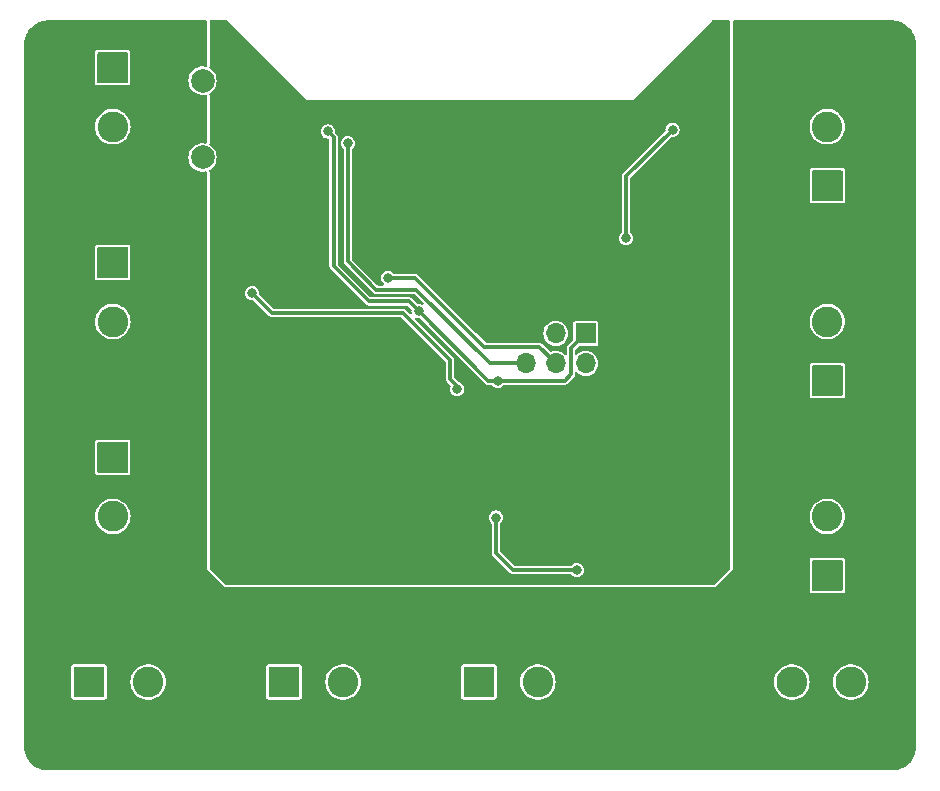
<source format=gbr>
%TF.GenerationSoftware,KiCad,Pcbnew,7.0.2*%
%TF.CreationDate,2024-01-21T19:49:34+02:00*%
%TF.ProjectId,illuminati_ws,696c6c75-6d69-46e6-9174-695f77732e6b,rev?*%
%TF.SameCoordinates,Original*%
%TF.FileFunction,Copper,L2,Bot*%
%TF.FilePolarity,Positive*%
%FSLAX46Y46*%
G04 Gerber Fmt 4.6, Leading zero omitted, Abs format (unit mm)*
G04 Created by KiCad (PCBNEW 7.0.2) date 2024-01-21 19:49:34*
%MOMM*%
%LPD*%
G01*
G04 APERTURE LIST*
%TA.AperFunction,ComponentPad*%
%ADD10R,2.600000X2.600000*%
%TD*%
%TA.AperFunction,ComponentPad*%
%ADD11C,2.600000*%
%TD*%
%TA.AperFunction,ComponentPad*%
%ADD12C,5.600000*%
%TD*%
%TA.AperFunction,ComponentPad*%
%ADD13R,1.700000X1.700000*%
%TD*%
%TA.AperFunction,ComponentPad*%
%ADD14O,1.700000X1.700000*%
%TD*%
%TA.AperFunction,ComponentPad*%
%ADD15C,2.000000*%
%TD*%
%TA.AperFunction,ViaPad*%
%ADD16C,0.800000*%
%TD*%
%TA.AperFunction,Conductor*%
%ADD17C,0.300000*%
%TD*%
G04 APERTURE END LIST*
D10*
%TO.P,J5,1,Pin_1*%
%TO.N,GND*%
X180000000Y-131000000D03*
D11*
%TO.P,J5,2,Pin_2*%
%TO.N,Net-(J5-Pin_2)*%
X180000000Y-126000000D03*
%TO.P,J5,3,Pin_3*%
%TO.N,VCC*%
X180000000Y-121000000D03*
%TD*%
D10*
%TO.P,J9,1,Pin_1*%
%TO.N,GND*%
X119500000Y-121000000D03*
D11*
%TO.P,J9,2,Pin_2*%
%TO.N,Net-(J9-Pin_2)*%
X119500000Y-126000000D03*
%TO.P,J9,3,Pin_3*%
%TO.N,VCC*%
X119500000Y-131000000D03*
%TD*%
D10*
%TO.P,J10,1,Pin_1*%
%TO.N,GND*%
X119500000Y-104500000D03*
D11*
%TO.P,J10,2,Pin_2*%
%TO.N,Net-(J10-Pin_2)*%
X119500000Y-109500000D03*
%TO.P,J10,3,Pin_3*%
%TO.N,VCC*%
X119500000Y-114500000D03*
%TD*%
D10*
%TO.P,J2,1,Pin_1*%
%TO.N,GND*%
X150500000Y-140000000D03*
D11*
%TO.P,J2,2,Pin_2*%
%TO.N,Net-(J2-Pin_2)*%
X155500000Y-140000000D03*
%TO.P,J2,3,Pin_3*%
%TO.N,VCC*%
X160500000Y-140000000D03*
%TD*%
D12*
%TO.P,H2,1,1*%
%TO.N,GND*%
X133000000Y-115000000D03*
%TD*%
D10*
%TO.P,J4,1,Pin_1*%
%TO.N,GND*%
X180000000Y-114500000D03*
D11*
%TO.P,J4,2,Pin_2*%
%TO.N,Net-(J4-Pin_2)*%
X180000000Y-109500000D03*
%TO.P,J4,3,Pin_3*%
%TO.N,VCC*%
X180000000Y-104500000D03*
%TD*%
D13*
%TO.P,J1,1,Pin_1*%
%TO.N,+3V3*%
X159550000Y-110500000D03*
D14*
%TO.P,J1,2,Pin_2*%
%TO.N,/rx*%
X159550000Y-113040000D03*
%TO.P,J1,3,Pin_3*%
%TO.N,/tx*%
X157010000Y-110500000D03*
%TO.P,J1,4,Pin_4*%
%TO.N,/boot*%
X157010000Y-113040000D03*
%TO.P,J1,5,Pin_5*%
%TO.N,GND*%
X154470000Y-110500000D03*
%TO.P,J1,6,Pin_6*%
%TO.N,/esp_en*%
X154470000Y-113040000D03*
%TD*%
D10*
%TO.P,J11,1,Pin_1*%
%TO.N,GND*%
X119500000Y-88000000D03*
D11*
%TO.P,J11,2,Pin_2*%
%TO.N,Net-(J11-Pin_2)*%
X119500000Y-93000000D03*
%TO.P,J11,3,Pin_3*%
%TO.N,VCC*%
X119500000Y-98000000D03*
%TD*%
D15*
%TO.P,SW1,1,A*%
%TO.N,/sw*%
X127100000Y-95600000D03*
X127100000Y-89100000D03*
%TO.P,SW1,2,B*%
%TO.N,GND*%
X131600000Y-95600000D03*
X131600000Y-89100000D03*
%TD*%
D10*
%TO.P,J8,1,Pin_1*%
%TO.N,GND*%
X117500000Y-140000000D03*
D11*
%TO.P,J8,2,Pin_2*%
%TO.N,Net-(J8-Pin_2)*%
X122500000Y-140000000D03*
%TO.P,J8,3,Pin_3*%
%TO.N,VCC*%
X127500000Y-140000000D03*
%TD*%
D12*
%TO.P,H1,1,1*%
%TO.N,GND*%
X166500000Y-115000000D03*
%TD*%
D10*
%TO.P,J7,1,Pin_1*%
%TO.N,GND*%
X134000000Y-140000000D03*
D11*
%TO.P,J7,2,Pin_2*%
%TO.N,Net-(J7-Pin_2)*%
X139000000Y-140000000D03*
%TO.P,J7,3,Pin_3*%
%TO.N,VCC*%
X144000000Y-140000000D03*
%TD*%
D10*
%TO.P,J3,1,Pin_1*%
%TO.N,GND*%
X180000000Y-98000000D03*
D11*
%TO.P,J3,2,Pin_2*%
%TO.N,Net-(J3-Pin_2)*%
X180000000Y-93000000D03*
%TO.P,J3,3,Pin_3*%
%TO.N,VCC*%
X180000000Y-88000000D03*
%TD*%
D10*
%TO.P,J14,1,Pin_1*%
%TO.N,VCC*%
X167000000Y-140000000D03*
D11*
%TO.P,J14,2,Pin_2*%
X172000000Y-140000000D03*
%TO.P,J14,3,Pin_3*%
%TO.N,GND*%
X177000000Y-140000000D03*
%TO.P,J14,4,Pin_4*%
X182000000Y-140000000D03*
%TD*%
D16*
%TO.N,/esp_en*%
X139400000Y-94400000D03*
%TO.N,GND*%
X152150000Y-98300000D03*
X149950000Y-97200000D03*
X152200000Y-99400000D03*
X151050000Y-97200000D03*
X149950000Y-98300000D03*
X149950000Y-99400000D03*
X151050000Y-98300000D03*
X151050000Y-99400000D03*
X152150000Y-97200000D03*
%TO.N,VCC*%
X147800000Y-132600000D03*
%TO.N,+3V3*%
X137700000Y-93400000D03*
X152090000Y-114500000D03*
X145400000Y-108600000D03*
%TO.N,/boot*%
X142800000Y-105800000D03*
%TO.N,+5V*%
X131300000Y-107100000D03*
X148675000Y-115225000D03*
X162950000Y-102450000D03*
X158800000Y-130550000D03*
X166900000Y-93250000D03*
X151950000Y-126100000D03*
%TD*%
D17*
%TO.N,+3V3*%
X158300000Y-111750000D02*
X159550000Y-110500000D01*
X158300000Y-113950000D02*
X158300000Y-111750000D01*
X157750000Y-114500000D02*
X158300000Y-113950000D01*
X152090000Y-114500000D02*
X157750000Y-114500000D01*
X152090000Y-114500000D02*
X151300000Y-114500000D01*
X151300000Y-114500000D02*
X145400000Y-108600000D01*
%TO.N,/esp_en*%
X151420000Y-113040000D02*
X145180000Y-106800000D01*
X154470000Y-113040000D02*
X151420000Y-113040000D01*
X139400000Y-104400000D02*
X139400000Y-94400000D01*
X145180000Y-106800000D02*
X141800000Y-106800000D01*
X141800000Y-106800000D02*
X139400000Y-104400000D01*
%TO.N,+3V3*%
X144600000Y-107800000D02*
X141200000Y-107800000D01*
X141200000Y-107800000D02*
X138200000Y-104800000D01*
X145400000Y-108600000D02*
X144600000Y-107800000D01*
X138200000Y-104800000D02*
X138200000Y-93900000D01*
X138200000Y-93900000D02*
X137700000Y-93400000D01*
%TO.N,/boot*%
X145100000Y-105800000D02*
X150950000Y-111650000D01*
X142800000Y-105800000D02*
X145100000Y-105800000D01*
X155620000Y-111650000D02*
X157010000Y-113040000D01*
X150950000Y-111650000D02*
X155620000Y-111650000D01*
%TO.N,+5V*%
X151950000Y-129100000D02*
X151950000Y-126100000D01*
X148050000Y-112750000D02*
X144100000Y-108800000D01*
X162950000Y-102450000D02*
X162950000Y-97200000D01*
X158800000Y-130550000D02*
X153400000Y-130550000D01*
X148675000Y-115225000D02*
X148675000Y-114975000D01*
X144100000Y-108800000D02*
X133000000Y-108800000D01*
X133000000Y-108800000D02*
X131300000Y-107100000D01*
X153400000Y-130550000D02*
X151950000Y-129100000D01*
X148050000Y-114350000D02*
X148050000Y-112750000D01*
X148675000Y-114975000D02*
X148050000Y-114350000D01*
X162950000Y-97200000D02*
X166900000Y-93250000D01*
%TD*%
%TA.AperFunction,Conductor*%
%TO.N,GND*%
G36*
X118754191Y-138723907D02*
G01*
X118790155Y-138773407D01*
X118795000Y-138804000D01*
X118795000Y-141196000D01*
X118776093Y-141254191D01*
X118726593Y-141290155D01*
X118696000Y-141295000D01*
X116304000Y-141295000D01*
X116245809Y-141276093D01*
X116209845Y-141226593D01*
X116205000Y-141196000D01*
X116205000Y-138804000D01*
X116223907Y-138745809D01*
X116273407Y-138709845D01*
X116304000Y-138705000D01*
X118696000Y-138705000D01*
X118754191Y-138723907D01*
G37*
%TD.AperFunction*%
%TA.AperFunction,Conductor*%
G36*
X135254191Y-138723907D02*
G01*
X135290155Y-138773407D01*
X135295000Y-138804000D01*
X135295000Y-141196000D01*
X135276093Y-141254191D01*
X135226593Y-141290155D01*
X135196000Y-141295000D01*
X132804000Y-141295000D01*
X132745809Y-141276093D01*
X132709845Y-141226593D01*
X132705000Y-141196000D01*
X132705000Y-138804000D01*
X132723907Y-138745809D01*
X132773407Y-138709845D01*
X132804000Y-138705000D01*
X135196000Y-138705000D01*
X135254191Y-138723907D01*
G37*
%TD.AperFunction*%
%TA.AperFunction,Conductor*%
G36*
X151754191Y-138723907D02*
G01*
X151790155Y-138773407D01*
X151795000Y-138804000D01*
X151795000Y-141196000D01*
X151776093Y-141254191D01*
X151726593Y-141290155D01*
X151696000Y-141295000D01*
X149304000Y-141295000D01*
X149245809Y-141276093D01*
X149209845Y-141226593D01*
X149205000Y-141196000D01*
X149205000Y-138804000D01*
X149223907Y-138745809D01*
X149273407Y-138709845D01*
X149304000Y-138705000D01*
X151696000Y-138705000D01*
X151754191Y-138723907D01*
G37*
%TD.AperFunction*%
%TA.AperFunction,Conductor*%
G36*
X177115399Y-138706350D02*
G01*
X177310903Y-138738973D01*
X177326753Y-138742986D01*
X177514220Y-138807344D01*
X177529180Y-138813906D01*
X177703512Y-138908249D01*
X177717198Y-138917190D01*
X177873611Y-139038932D01*
X177885641Y-139050006D01*
X178019882Y-139195831D01*
X178029924Y-139208734D01*
X178138334Y-139374667D01*
X178146117Y-139389047D01*
X178225734Y-139570556D01*
X178231043Y-139586021D01*
X178279702Y-139778171D01*
X178282393Y-139794299D01*
X178298760Y-139991824D01*
X178298760Y-140008174D01*
X178282393Y-140205699D01*
X178279702Y-140221827D01*
X178231043Y-140413977D01*
X178225734Y-140429442D01*
X178146117Y-140610951D01*
X178138334Y-140625331D01*
X178029924Y-140791264D01*
X178019882Y-140804167D01*
X177885641Y-140949992D01*
X177873611Y-140961066D01*
X177717200Y-141082806D01*
X177703512Y-141091749D01*
X177529189Y-141186088D01*
X177514215Y-141192656D01*
X177326753Y-141257011D01*
X177310903Y-141261025D01*
X177115399Y-141293650D01*
X177099104Y-141295000D01*
X176900896Y-141295000D01*
X176884601Y-141293650D01*
X176689094Y-141261025D01*
X176673244Y-141257011D01*
X176485783Y-141192656D01*
X176470809Y-141186088D01*
X176296486Y-141091749D01*
X176282798Y-141082806D01*
X176217837Y-141032245D01*
X176126386Y-140961065D01*
X176114363Y-140949997D01*
X175980112Y-140804163D01*
X175970076Y-140791268D01*
X175861660Y-140625325D01*
X175853884Y-140610958D01*
X175774261Y-140429435D01*
X175768957Y-140413985D01*
X175720295Y-140221822D01*
X175717605Y-140205701D01*
X175701237Y-140008174D01*
X175701237Y-139991823D01*
X175717605Y-139794289D01*
X175720291Y-139778190D01*
X175768961Y-139586002D01*
X175774258Y-139570572D01*
X175853887Y-139389033D01*
X175861663Y-139374667D01*
X175970074Y-139208732D01*
X175980108Y-139195839D01*
X176114362Y-139050001D01*
X176126386Y-139038932D01*
X176282803Y-138917187D01*
X176296475Y-138908255D01*
X176470826Y-138813901D01*
X176485771Y-138807346D01*
X176673255Y-138742983D01*
X176689084Y-138738974D01*
X176884599Y-138706350D01*
X176900894Y-138705000D01*
X177099105Y-138705000D01*
X177115399Y-138706350D01*
G37*
%TD.AperFunction*%
%TA.AperFunction,Conductor*%
G36*
X182115399Y-138706350D02*
G01*
X182310903Y-138738973D01*
X182326753Y-138742986D01*
X182514220Y-138807344D01*
X182529180Y-138813906D01*
X182703512Y-138908249D01*
X182717198Y-138917190D01*
X182873611Y-139038932D01*
X182885641Y-139050006D01*
X183019882Y-139195831D01*
X183029924Y-139208734D01*
X183138334Y-139374667D01*
X183146117Y-139389047D01*
X183225734Y-139570556D01*
X183231043Y-139586021D01*
X183279702Y-139778171D01*
X183282393Y-139794299D01*
X183298760Y-139991824D01*
X183298760Y-140008174D01*
X183282393Y-140205699D01*
X183279702Y-140221827D01*
X183231043Y-140413977D01*
X183225734Y-140429442D01*
X183146117Y-140610951D01*
X183138334Y-140625331D01*
X183029924Y-140791264D01*
X183019882Y-140804167D01*
X182885641Y-140949992D01*
X182873611Y-140961066D01*
X182717200Y-141082806D01*
X182703512Y-141091749D01*
X182529189Y-141186088D01*
X182514215Y-141192656D01*
X182326753Y-141257011D01*
X182310903Y-141261025D01*
X182115399Y-141293650D01*
X182099104Y-141295000D01*
X181900896Y-141295000D01*
X181884601Y-141293650D01*
X181689094Y-141261025D01*
X181673244Y-141257011D01*
X181485783Y-141192656D01*
X181470809Y-141186088D01*
X181296486Y-141091749D01*
X181282798Y-141082806D01*
X181217837Y-141032245D01*
X181126386Y-140961065D01*
X181114363Y-140949997D01*
X180980112Y-140804163D01*
X180970076Y-140791268D01*
X180861660Y-140625325D01*
X180853884Y-140610958D01*
X180774261Y-140429435D01*
X180768957Y-140413985D01*
X180720295Y-140221822D01*
X180717605Y-140205701D01*
X180701237Y-140008174D01*
X180701237Y-139991823D01*
X180717605Y-139794289D01*
X180720291Y-139778190D01*
X180768961Y-139586002D01*
X180774258Y-139570572D01*
X180853887Y-139389033D01*
X180861663Y-139374667D01*
X180970074Y-139208732D01*
X180980108Y-139195839D01*
X181114362Y-139050001D01*
X181126386Y-139038932D01*
X181282803Y-138917187D01*
X181296475Y-138908255D01*
X181470826Y-138813901D01*
X181485771Y-138807346D01*
X181673255Y-138742983D01*
X181689084Y-138738974D01*
X181884599Y-138706350D01*
X181900894Y-138705000D01*
X182099105Y-138705000D01*
X182115399Y-138706350D01*
G37*
%TD.AperFunction*%
%TA.AperFunction,Conductor*%
G36*
X129266975Y-84019407D02*
G01*
X129278788Y-84029496D01*
X135985702Y-90736409D01*
X135985958Y-90736791D01*
X135999617Y-90750383D01*
X135999717Y-90750424D01*
X135999999Y-90750542D01*
X136019608Y-90750550D01*
X136019864Y-90750500D01*
X163480135Y-90750500D01*
X163480330Y-90750539D01*
X163499999Y-90750541D01*
X163500000Y-90750542D01*
X163500000Y-90750541D01*
X163500003Y-90750542D01*
X163502178Y-90749662D01*
X163507084Y-90743682D01*
X163514547Y-90736219D01*
X163514662Y-90736044D01*
X170221211Y-84029495D01*
X170275728Y-84001719D01*
X170291215Y-84000500D01*
X171698077Y-84000500D01*
X171756268Y-84019407D01*
X171792232Y-84068907D01*
X171796068Y-84113589D01*
X171794878Y-84121871D01*
X171794500Y-84124500D01*
X171794500Y-130373871D01*
X171775593Y-130432062D01*
X171765504Y-130443875D01*
X170443876Y-131765504D01*
X170389359Y-131793281D01*
X170373872Y-131794500D01*
X129126128Y-131794500D01*
X129067937Y-131775593D01*
X129056124Y-131765504D01*
X127734495Y-130443875D01*
X127706718Y-130389358D01*
X127705500Y-130373883D01*
X127705500Y-126100000D01*
X151344318Y-126100000D01*
X151364955Y-126256761D01*
X151425464Y-126402841D01*
X151521716Y-126528281D01*
X151542499Y-126544228D01*
X151560766Y-126558244D01*
X151595423Y-126608668D01*
X151599500Y-126636787D01*
X151599500Y-129053381D01*
X151597393Y-129073696D01*
X151594957Y-129085313D01*
X151598740Y-129115661D01*
X151599500Y-129127907D01*
X151599500Y-129129041D01*
X151602751Y-129148528D01*
X151603340Y-129152572D01*
X151610101Y-129206804D01*
X151611312Y-129210585D01*
X151637322Y-129258646D01*
X151639195Y-129262285D01*
X151663198Y-129311385D01*
X151665568Y-129314564D01*
X151705764Y-129351567D01*
X151708717Y-129354399D01*
X153119198Y-130764880D01*
X153132070Y-130780732D01*
X153138563Y-130790669D01*
X153157800Y-130805641D01*
X153162689Y-130809447D01*
X153171880Y-130817563D01*
X153172691Y-130818374D01*
X153188767Y-130829852D01*
X153192048Y-130832298D01*
X153235186Y-130865873D01*
X153238697Y-130867680D01*
X153243932Y-130869238D01*
X153243934Y-130869240D01*
X153291067Y-130883272D01*
X153294963Y-130884520D01*
X153315775Y-130891664D01*
X153341512Y-130900500D01*
X153341514Y-130900500D01*
X153346673Y-130902271D01*
X153350592Y-130902842D01*
X153356044Y-130902616D01*
X153356046Y-130902617D01*
X153405186Y-130900584D01*
X153409277Y-130900500D01*
X158263212Y-130900500D01*
X158321403Y-130919407D01*
X158341754Y-130939233D01*
X158371717Y-130978282D01*
X158467970Y-131052139D01*
X158497159Y-131074536D01*
X158643238Y-131135044D01*
X158800000Y-131155682D01*
X158956762Y-131135044D01*
X159102841Y-131074536D01*
X159228282Y-130978282D01*
X159324536Y-130852841D01*
X159385044Y-130706762D01*
X159405682Y-130550000D01*
X159385044Y-130393238D01*
X159324536Y-130247159D01*
X159284838Y-130195423D01*
X159228282Y-130121717D01*
X159102841Y-130025464D01*
X158956761Y-129964955D01*
X158800000Y-129944318D01*
X158643238Y-129964955D01*
X158497158Y-130025464D01*
X158371717Y-130121717D01*
X158341754Y-130160767D01*
X158291330Y-130195423D01*
X158263212Y-130199500D01*
X153586189Y-130199500D01*
X153527998Y-130180593D01*
X153516185Y-130170504D01*
X152329496Y-128983814D01*
X152301719Y-128929297D01*
X152300500Y-128913810D01*
X152300500Y-126636787D01*
X152319407Y-126578596D01*
X152339232Y-126558245D01*
X152378282Y-126528282D01*
X152474536Y-126402841D01*
X152535044Y-126256762D01*
X152555682Y-126100000D01*
X152535044Y-125943238D01*
X152474536Y-125797159D01*
X152452139Y-125767970D01*
X152378282Y-125671717D01*
X152252841Y-125575464D01*
X152106761Y-125514955D01*
X151950000Y-125494318D01*
X151793238Y-125514955D01*
X151647158Y-125575464D01*
X151521717Y-125671717D01*
X151425464Y-125797158D01*
X151364955Y-125943238D01*
X151344318Y-126100000D01*
X127705500Y-126100000D01*
X127705500Y-107100000D01*
X130694318Y-107100000D01*
X130714955Y-107256761D01*
X130775464Y-107402841D01*
X130871717Y-107528282D01*
X130967971Y-107602139D01*
X130997159Y-107624536D01*
X131143238Y-107685044D01*
X131300000Y-107705682D01*
X131348799Y-107699257D01*
X131408958Y-107710407D01*
X131431724Y-107727406D01*
X132719198Y-109014880D01*
X132732070Y-109030732D01*
X132738563Y-109040669D01*
X132757800Y-109055641D01*
X132762689Y-109059447D01*
X132771880Y-109067563D01*
X132772688Y-109068371D01*
X132772691Y-109068373D01*
X132772693Y-109068375D01*
X132788768Y-109079852D01*
X132792038Y-109082290D01*
X132835186Y-109115873D01*
X132838697Y-109117680D01*
X132843932Y-109119238D01*
X132843934Y-109119240D01*
X132891067Y-109133272D01*
X132894963Y-109134520D01*
X132915775Y-109141664D01*
X132941512Y-109150500D01*
X132941514Y-109150500D01*
X132946673Y-109152271D01*
X132950591Y-109152842D01*
X132956044Y-109152616D01*
X132956046Y-109152617D01*
X133005176Y-109150584D01*
X133009267Y-109150500D01*
X143913810Y-109150500D01*
X143972001Y-109169407D01*
X143983814Y-109179495D01*
X147670505Y-112866187D01*
X147698281Y-112920702D01*
X147699500Y-112936189D01*
X147699500Y-114303381D01*
X147697393Y-114323696D01*
X147694957Y-114335313D01*
X147698740Y-114365661D01*
X147699500Y-114377907D01*
X147699500Y-114379041D01*
X147702751Y-114398528D01*
X147703340Y-114402572D01*
X147710101Y-114456804D01*
X147711312Y-114460585D01*
X147737322Y-114508646D01*
X147739195Y-114512285D01*
X147763198Y-114561385D01*
X147765568Y-114564564D01*
X147805764Y-114601567D01*
X147808717Y-114604399D01*
X148096663Y-114892345D01*
X148124440Y-114946862D01*
X148118123Y-115000234D01*
X148089956Y-115068236D01*
X148069318Y-115225000D01*
X148089955Y-115381761D01*
X148150464Y-115527841D01*
X148246717Y-115653282D01*
X148302389Y-115696000D01*
X148372159Y-115749536D01*
X148518238Y-115810044D01*
X148675000Y-115830682D01*
X148831762Y-115810044D01*
X148977841Y-115749536D01*
X149103282Y-115653282D01*
X149199536Y-115527841D01*
X149260044Y-115381762D01*
X149280682Y-115225000D01*
X149260044Y-115068238D01*
X149199536Y-114922159D01*
X149159058Y-114869407D01*
X149103282Y-114796717D01*
X148977841Y-114700464D01*
X148856572Y-114650232D01*
X148824454Y-114628772D01*
X148429496Y-114233814D01*
X148401719Y-114179297D01*
X148400500Y-114163810D01*
X148400500Y-112796619D01*
X148402607Y-112776303D01*
X148403036Y-112774255D01*
X148405043Y-112764685D01*
X148401260Y-112734337D01*
X148400500Y-112722092D01*
X148400500Y-112720964D01*
X148400500Y-112720960D01*
X148397238Y-112701421D01*
X148396663Y-112697467D01*
X148390573Y-112648608D01*
X148390572Y-112648607D01*
X148389896Y-112643179D01*
X148388694Y-112639429D01*
X148386092Y-112634621D01*
X148386092Y-112634619D01*
X148362676Y-112591351D01*
X148360808Y-112587721D01*
X148336802Y-112538616D01*
X148334435Y-112535440D01*
X148330418Y-112531742D01*
X148294209Y-112498409D01*
X148291282Y-112495601D01*
X145147034Y-109351352D01*
X145119257Y-109296835D01*
X145128828Y-109236403D01*
X145172093Y-109193138D01*
X145230238Y-109183929D01*
X145230316Y-109183343D01*
X145232294Y-109183603D01*
X145232525Y-109183567D01*
X145232967Y-109183692D01*
X145263684Y-109187735D01*
X145400000Y-109205682D01*
X145448799Y-109199257D01*
X145508958Y-109210407D01*
X145531724Y-109227406D01*
X151019198Y-114714880D01*
X151032070Y-114730732D01*
X151038563Y-114740669D01*
X151057800Y-114755641D01*
X151062689Y-114759447D01*
X151071880Y-114767563D01*
X151072688Y-114768371D01*
X151072691Y-114768373D01*
X151072693Y-114768375D01*
X151088768Y-114779852D01*
X151092038Y-114782290D01*
X151124825Y-114807809D01*
X151129829Y-114811704D01*
X151135186Y-114815873D01*
X151138697Y-114817680D01*
X151143932Y-114819238D01*
X151143934Y-114819240D01*
X151191067Y-114833272D01*
X151194963Y-114834520D01*
X151210624Y-114839896D01*
X151241512Y-114850500D01*
X151241514Y-114850500D01*
X151246673Y-114852271D01*
X151250591Y-114852842D01*
X151256044Y-114852616D01*
X151256046Y-114852617D01*
X151305176Y-114850584D01*
X151309267Y-114850500D01*
X151553212Y-114850500D01*
X151611403Y-114869407D01*
X151631754Y-114889233D01*
X151661717Y-114928282D01*
X151755488Y-115000234D01*
X151787159Y-115024536D01*
X151933238Y-115085044D01*
X152090000Y-115105682D01*
X152246762Y-115085044D01*
X152392841Y-115024536D01*
X152518282Y-114928282D01*
X152522981Y-114922158D01*
X152548246Y-114889233D01*
X152598670Y-114854577D01*
X152626788Y-114850500D01*
X157703381Y-114850500D01*
X157723697Y-114852607D01*
X157735315Y-114855043D01*
X157763393Y-114851542D01*
X157765663Y-114851260D01*
X157777908Y-114850500D01*
X157779042Y-114850500D01*
X157798521Y-114847249D01*
X157802545Y-114846661D01*
X157851393Y-114840573D01*
X157851393Y-114840572D01*
X157856822Y-114839896D01*
X157860572Y-114838694D01*
X157865379Y-114836092D01*
X157865381Y-114836092D01*
X157908655Y-114812671D01*
X157912259Y-114810816D01*
X157956484Y-114789198D01*
X157956485Y-114789196D01*
X157961398Y-114786795D01*
X157964550Y-114784444D01*
X157968254Y-114780420D01*
X157968258Y-114780418D01*
X158001602Y-114744195D01*
X158004364Y-114741316D01*
X158514884Y-114230796D01*
X158530734Y-114217926D01*
X158540669Y-114211437D01*
X158559450Y-114187305D01*
X158567570Y-114178111D01*
X158568375Y-114177307D01*
X158579874Y-114161200D01*
X158582291Y-114157960D01*
X158615880Y-114114805D01*
X158617675Y-114111318D01*
X158619237Y-114106068D01*
X158619239Y-114106067D01*
X158633286Y-114058882D01*
X158634512Y-114055055D01*
X158650500Y-114008488D01*
X158650500Y-114008484D01*
X158652272Y-114003323D01*
X158652842Y-113999412D01*
X158652616Y-113993955D01*
X158652617Y-113993954D01*
X158650585Y-113944823D01*
X158650500Y-113940732D01*
X158650500Y-113870089D01*
X158669407Y-113811898D01*
X158718907Y-113775934D01*
X158780093Y-113775934D01*
X158812300Y-113793558D01*
X158963550Y-113917685D01*
X159146046Y-114015232D01*
X159344066Y-114075300D01*
X159550000Y-114095583D01*
X159755934Y-114075300D01*
X159953954Y-114015232D01*
X160136450Y-113917685D01*
X160296410Y-113786410D01*
X160427685Y-113626450D01*
X160525232Y-113443954D01*
X160585300Y-113245934D01*
X160605583Y-113040000D01*
X160585300Y-112834066D01*
X160525232Y-112636046D01*
X160427685Y-112453550D01*
X160296410Y-112293590D01*
X160136450Y-112162315D01*
X159953954Y-112064768D01*
X159953953Y-112064767D01*
X159953952Y-112064767D01*
X159755933Y-112004699D01*
X159550000Y-111984416D01*
X159344066Y-112004699D01*
X159146047Y-112064767D01*
X158963549Y-112162315D01*
X158812305Y-112286438D01*
X158755328Y-112308738D01*
X158696125Y-112293290D01*
X158657310Y-112245993D01*
X158650500Y-112209910D01*
X158650500Y-111936188D01*
X158669407Y-111877997D01*
X158679497Y-111866184D01*
X158966186Y-111579496D01*
X159020702Y-111551719D01*
X159036189Y-111550500D01*
X160419747Y-111550500D01*
X160419748Y-111550500D01*
X160478231Y-111538867D01*
X160544552Y-111494552D01*
X160588867Y-111428231D01*
X160600500Y-111369748D01*
X160600500Y-109630252D01*
X160588867Y-109571769D01*
X160574162Y-109549761D01*
X160544552Y-109505447D01*
X160478231Y-109461133D01*
X160478230Y-109461133D01*
X160419748Y-109449500D01*
X158680252Y-109449500D01*
X158651010Y-109455316D01*
X158621768Y-109461133D01*
X158555447Y-109505447D01*
X158511133Y-109571768D01*
X158499500Y-109630253D01*
X158499500Y-111013808D01*
X158480593Y-111071999D01*
X158470504Y-111083812D01*
X158085117Y-111469199D01*
X158069265Y-111482072D01*
X158059330Y-111488563D01*
X158040546Y-111512696D01*
X158032437Y-111521880D01*
X158031627Y-111522690D01*
X158020134Y-111538786D01*
X158017690Y-111542062D01*
X157984139Y-111585169D01*
X157982313Y-111588716D01*
X157966717Y-111641097D01*
X157965470Y-111644990D01*
X157947728Y-111696672D01*
X157947157Y-111700592D01*
X157949415Y-111755175D01*
X157949500Y-111759267D01*
X157949500Y-112252184D01*
X157930593Y-112310375D01*
X157881093Y-112346339D01*
X157819907Y-112346339D01*
X157773973Y-112314990D01*
X157766714Y-112306145D01*
X157756410Y-112293590D01*
X157596450Y-112162315D01*
X157413954Y-112064768D01*
X157413953Y-112064767D01*
X157413952Y-112064767D01*
X157215933Y-112004699D01*
X157010000Y-111984416D01*
X156804064Y-112004699D01*
X156604826Y-112065136D01*
X156543653Y-112063935D01*
X156506085Y-112040403D01*
X155900801Y-111435119D01*
X155887925Y-111419262D01*
X155881436Y-111409330D01*
X155857309Y-111390551D01*
X155848118Y-111382435D01*
X155847310Y-111381627D01*
X155831228Y-111370145D01*
X155827949Y-111367700D01*
X155817060Y-111359225D01*
X155789126Y-111337483D01*
X155789124Y-111337482D01*
X155784822Y-111334134D01*
X155781292Y-111332316D01*
X155728909Y-111316720D01*
X155725016Y-111315472D01*
X155673328Y-111297728D01*
X155669408Y-111297157D01*
X155619065Y-111299239D01*
X155614823Y-111299415D01*
X155610733Y-111299500D01*
X151136190Y-111299500D01*
X151077999Y-111280593D01*
X151066186Y-111270504D01*
X150295681Y-110499999D01*
X155954416Y-110499999D01*
X155974699Y-110705933D01*
X156034767Y-110903952D01*
X156034768Y-110903954D01*
X156132315Y-111086450D01*
X156263590Y-111246410D01*
X156423550Y-111377685D01*
X156606046Y-111475232D01*
X156804066Y-111535300D01*
X157010000Y-111555583D01*
X157215934Y-111535300D01*
X157413954Y-111475232D01*
X157596450Y-111377685D01*
X157756410Y-111246410D01*
X157887685Y-111086450D01*
X157985232Y-110903954D01*
X158045300Y-110705934D01*
X158065583Y-110500000D01*
X158045300Y-110294066D01*
X157985232Y-110096046D01*
X157887685Y-109913550D01*
X157756410Y-109753590D01*
X157596450Y-109622315D01*
X157413954Y-109524768D01*
X157413953Y-109524767D01*
X157413952Y-109524767D01*
X157215933Y-109464699D01*
X157009999Y-109444416D01*
X156804066Y-109464699D01*
X156606047Y-109524767D01*
X156423549Y-109622315D01*
X156263590Y-109753590D01*
X156132315Y-109913549D01*
X156034767Y-110096047D01*
X155974699Y-110294066D01*
X155954416Y-110499999D01*
X150295681Y-110499999D01*
X145380801Y-105585119D01*
X145367925Y-105569262D01*
X145361436Y-105559330D01*
X145337309Y-105540551D01*
X145328118Y-105532435D01*
X145327310Y-105531627D01*
X145311228Y-105520145D01*
X145307949Y-105517700D01*
X145297060Y-105509225D01*
X145269126Y-105487483D01*
X145269124Y-105487482D01*
X145264822Y-105484134D01*
X145261292Y-105482316D01*
X145208909Y-105466720D01*
X145205016Y-105465472D01*
X145153328Y-105447728D01*
X145149408Y-105447157D01*
X145099065Y-105449239D01*
X145094823Y-105449415D01*
X145090733Y-105449500D01*
X143336788Y-105449500D01*
X143278597Y-105430593D01*
X143258246Y-105410767D01*
X143228282Y-105371717D01*
X143102841Y-105275464D01*
X142956761Y-105214955D01*
X142800000Y-105194318D01*
X142643238Y-105214955D01*
X142497158Y-105275464D01*
X142371717Y-105371717D01*
X142275464Y-105497158D01*
X142214955Y-105643238D01*
X142194318Y-105799999D01*
X142214955Y-105956761D01*
X142275464Y-106102841D01*
X142371717Y-106228282D01*
X142428637Y-106271958D01*
X142463293Y-106322382D01*
X142461692Y-106383547D01*
X142424445Y-106432088D01*
X142368370Y-106449500D01*
X141986190Y-106449500D01*
X141927999Y-106430593D01*
X141916186Y-106420504D01*
X139779496Y-104283814D01*
X139751719Y-104229297D01*
X139750500Y-104213810D01*
X139750500Y-102449999D01*
X162344318Y-102449999D01*
X162364955Y-102606761D01*
X162425464Y-102752841D01*
X162521717Y-102878282D01*
X162617971Y-102952139D01*
X162647159Y-102974536D01*
X162793238Y-103035044D01*
X162950000Y-103055682D01*
X163106762Y-103035044D01*
X163252841Y-102974536D01*
X163378282Y-102878282D01*
X163474536Y-102752841D01*
X163535044Y-102606762D01*
X163555682Y-102450000D01*
X163535044Y-102293238D01*
X163474536Y-102147159D01*
X163378282Y-102021718D01*
X163339231Y-101991752D01*
X163304576Y-101941326D01*
X163300500Y-101913211D01*
X163300500Y-97386189D01*
X163319407Y-97327998D01*
X163329490Y-97316191D01*
X166768276Y-93877404D01*
X166822791Y-93849629D01*
X166851197Y-93849257D01*
X166900000Y-93855682D01*
X167056762Y-93835044D01*
X167202841Y-93774536D01*
X167328282Y-93678282D01*
X167424536Y-93552841D01*
X167485044Y-93406762D01*
X167505682Y-93250000D01*
X167485044Y-93093238D01*
X167424536Y-92947159D01*
X167369523Y-92875464D01*
X167328282Y-92821717D01*
X167202841Y-92725464D01*
X167056761Y-92664955D01*
X166900000Y-92644318D01*
X166743238Y-92664955D01*
X166597158Y-92725464D01*
X166471717Y-92821717D01*
X166375464Y-92947158D01*
X166314955Y-93093238D01*
X166294318Y-93250000D01*
X166300742Y-93298799D01*
X166289591Y-93358960D01*
X166272593Y-93381724D01*
X162735117Y-96919199D01*
X162719265Y-96932072D01*
X162709330Y-96938563D01*
X162690546Y-96962696D01*
X162682437Y-96971880D01*
X162681627Y-96972690D01*
X162670134Y-96988786D01*
X162667690Y-96992062D01*
X162634139Y-97035169D01*
X162632313Y-97038716D01*
X162616717Y-97091097D01*
X162615470Y-97094990D01*
X162597728Y-97146672D01*
X162597157Y-97150592D01*
X162599415Y-97205175D01*
X162599500Y-97209267D01*
X162599500Y-101913211D01*
X162580593Y-101971402D01*
X162560769Y-101991752D01*
X162521717Y-102021718D01*
X162425464Y-102147158D01*
X162364955Y-102293238D01*
X162344318Y-102449999D01*
X139750500Y-102449999D01*
X139750500Y-94936787D01*
X139769407Y-94878596D01*
X139789232Y-94858245D01*
X139828282Y-94828282D01*
X139924536Y-94702841D01*
X139985044Y-94556762D01*
X140005682Y-94400000D01*
X139985044Y-94243238D01*
X139924536Y-94097159D01*
X139859102Y-94011883D01*
X139828282Y-93971717D01*
X139702841Y-93875464D01*
X139556761Y-93814955D01*
X139400000Y-93794318D01*
X139243238Y-93814955D01*
X139097158Y-93875464D01*
X138971717Y-93971717D01*
X138875464Y-94097158D01*
X138814955Y-94243238D01*
X138794318Y-94400000D01*
X138814955Y-94556761D01*
X138875464Y-94702841D01*
X138971716Y-94828281D01*
X138992499Y-94844228D01*
X139010766Y-94858244D01*
X139045423Y-94908668D01*
X139049500Y-94936787D01*
X139049500Y-104353381D01*
X139047393Y-104373696D01*
X139044957Y-104385313D01*
X139048740Y-104415661D01*
X139049500Y-104427907D01*
X139049500Y-104429041D01*
X139052751Y-104448528D01*
X139053340Y-104452572D01*
X139060101Y-104506804D01*
X139061312Y-104510585D01*
X139087322Y-104558646D01*
X139089195Y-104562285D01*
X139113198Y-104611385D01*
X139115568Y-104614564D01*
X139155764Y-104651567D01*
X139158717Y-104654399D01*
X141519198Y-107014880D01*
X141532070Y-107030732D01*
X141538563Y-107040669D01*
X141557800Y-107055641D01*
X141562689Y-107059447D01*
X141571880Y-107067563D01*
X141572691Y-107068374D01*
X141588767Y-107079852D01*
X141592048Y-107082298D01*
X141635186Y-107115873D01*
X141638698Y-107117681D01*
X141643933Y-107119239D01*
X141643934Y-107119240D01*
X141691085Y-107133277D01*
X141694967Y-107134520D01*
X141741512Y-107150500D01*
X141741514Y-107150500D01*
X141746673Y-107152271D01*
X141750593Y-107152842D01*
X141756045Y-107152616D01*
X141756047Y-107152617D01*
X141805186Y-107150584D01*
X141809277Y-107150500D01*
X144993810Y-107150500D01*
X145052001Y-107169407D01*
X145063814Y-107179496D01*
X145789534Y-107905216D01*
X145817311Y-107959733D01*
X145807740Y-108020165D01*
X145764475Y-108063430D01*
X145704043Y-108073001D01*
X145681644Y-108066684D01*
X145556761Y-108014955D01*
X145420637Y-107997034D01*
X145400000Y-107994318D01*
X145399999Y-107994318D01*
X145351200Y-108000742D01*
X145291039Y-107989591D01*
X145268275Y-107972593D01*
X144880801Y-107585119D01*
X144867925Y-107569262D01*
X144861436Y-107559330D01*
X144837309Y-107540551D01*
X144828118Y-107532435D01*
X144827310Y-107531627D01*
X144811228Y-107520145D01*
X144807949Y-107517700D01*
X144797060Y-107509225D01*
X144769126Y-107487483D01*
X144769124Y-107487482D01*
X144764822Y-107484134D01*
X144761292Y-107482316D01*
X144708909Y-107466720D01*
X144705016Y-107465472D01*
X144653328Y-107447728D01*
X144649408Y-107447157D01*
X144599065Y-107449239D01*
X144594823Y-107449415D01*
X144590733Y-107449500D01*
X141386189Y-107449500D01*
X141327998Y-107430593D01*
X141316185Y-107420504D01*
X138579496Y-104683814D01*
X138551719Y-104629297D01*
X138550500Y-104613810D01*
X138550500Y-93946619D01*
X138552607Y-93926303D01*
X138553036Y-93924255D01*
X138555043Y-93914685D01*
X138551260Y-93884337D01*
X138550500Y-93872092D01*
X138550500Y-93870959D01*
X138547249Y-93851477D01*
X138546659Y-93847430D01*
X138540573Y-93798607D01*
X138540572Y-93798605D01*
X138539896Y-93793182D01*
X138538693Y-93789426D01*
X138530634Y-93774535D01*
X138512681Y-93741360D01*
X138510813Y-93737731D01*
X138493756Y-93702841D01*
X138489198Y-93693516D01*
X138489196Y-93693514D01*
X138486801Y-93688614D01*
X138484436Y-93685441D01*
X138476659Y-93678282D01*
X138444221Y-93648420D01*
X138441294Y-93645612D01*
X138327406Y-93531724D01*
X138299629Y-93477207D01*
X138299257Y-93448802D01*
X138305682Y-93400000D01*
X138285044Y-93243238D01*
X138224536Y-93097159D01*
X138149982Y-92999998D01*
X138128282Y-92971717D01*
X138002841Y-92875464D01*
X137856761Y-92814955D01*
X137700000Y-92794318D01*
X137543238Y-92814955D01*
X137397158Y-92875464D01*
X137271717Y-92971717D01*
X137175464Y-93097158D01*
X137114955Y-93243238D01*
X137094318Y-93399999D01*
X137114955Y-93556761D01*
X137175464Y-93702841D01*
X137271717Y-93828282D01*
X137336826Y-93878241D01*
X137397159Y-93924536D01*
X137543238Y-93985044D01*
X137700000Y-94005682D01*
X137737578Y-94000734D01*
X137797738Y-94011883D01*
X137839855Y-94056265D01*
X137849500Y-94098887D01*
X137849500Y-104753381D01*
X137847393Y-104773696D01*
X137844957Y-104785313D01*
X137848740Y-104815661D01*
X137849500Y-104827907D01*
X137849500Y-104829041D01*
X137852751Y-104848528D01*
X137853340Y-104852572D01*
X137860101Y-104906804D01*
X137861312Y-104910585D01*
X137887322Y-104958646D01*
X137889195Y-104962285D01*
X137913198Y-105011385D01*
X137915568Y-105014564D01*
X137955764Y-105051567D01*
X137958717Y-105054399D01*
X140919198Y-108014880D01*
X140932070Y-108030732D01*
X140938563Y-108040669D01*
X140957800Y-108055641D01*
X140962689Y-108059447D01*
X140971880Y-108067563D01*
X140972691Y-108068374D01*
X140988767Y-108079852D01*
X140992048Y-108082298D01*
X141035186Y-108115873D01*
X141038697Y-108117680D01*
X141043932Y-108119238D01*
X141043934Y-108119240D01*
X141091067Y-108133272D01*
X141094963Y-108134520D01*
X141115775Y-108141664D01*
X141141512Y-108150500D01*
X141141514Y-108150500D01*
X141146673Y-108152271D01*
X141150592Y-108152842D01*
X141156044Y-108152616D01*
X141156046Y-108152617D01*
X141205186Y-108150584D01*
X141209277Y-108150500D01*
X144413811Y-108150500D01*
X144472002Y-108169407D01*
X144483814Y-108179496D01*
X144772592Y-108468273D01*
X144800370Y-108522790D01*
X144800742Y-108551198D01*
X144794318Y-108599998D01*
X144816657Y-108769684D01*
X144812099Y-108770284D01*
X144814913Y-108806083D01*
X144782938Y-108858248D01*
X144726408Y-108881657D01*
X144666914Y-108867367D01*
X144648647Y-108852965D01*
X144380801Y-108585119D01*
X144367925Y-108569262D01*
X144361436Y-108559330D01*
X144337309Y-108540551D01*
X144328118Y-108532435D01*
X144327310Y-108531627D01*
X144311228Y-108520145D01*
X144307949Y-108517700D01*
X144288800Y-108502796D01*
X144269126Y-108487483D01*
X144269124Y-108487482D01*
X144264822Y-108484134D01*
X144261292Y-108482316D01*
X144208909Y-108466720D01*
X144205016Y-108465472D01*
X144153328Y-108447728D01*
X144149408Y-108447157D01*
X144099065Y-108449239D01*
X144094823Y-108449415D01*
X144090733Y-108449500D01*
X133186190Y-108449500D01*
X133127999Y-108430593D01*
X133116186Y-108420504D01*
X131927406Y-107231724D01*
X131899629Y-107177207D01*
X131899257Y-107148802D01*
X131905682Y-107100000D01*
X131885044Y-106943238D01*
X131824536Y-106797159D01*
X131802139Y-106767971D01*
X131728282Y-106671717D01*
X131602841Y-106575464D01*
X131456761Y-106514955D01*
X131300000Y-106494318D01*
X131143238Y-106514955D01*
X130997158Y-106575464D01*
X130871717Y-106671717D01*
X130775464Y-106797158D01*
X130714955Y-106943238D01*
X130694318Y-107100000D01*
X127705500Y-107100000D01*
X127705500Y-96895848D01*
X127705455Y-96891546D01*
X127705454Y-96891437D01*
X127705346Y-96886342D01*
X127694462Y-96824522D01*
X127694461Y-96824516D01*
X127671978Y-96758362D01*
X127670909Y-96755754D01*
X127670899Y-96755614D01*
X127670876Y-96755552D01*
X127670899Y-96755610D01*
X127666341Y-96694743D01*
X127698507Y-96642695D01*
X127710386Y-96634056D01*
X127826562Y-96562124D01*
X127990981Y-96412236D01*
X128125058Y-96234689D01*
X128224229Y-96035528D01*
X128285115Y-95821536D01*
X128305643Y-95600000D01*
X128285115Y-95378464D01*
X128224229Y-95164472D01*
X128125058Y-94965311D01*
X127990981Y-94787764D01*
X127826562Y-94637876D01*
X127826559Y-94637874D01*
X127709608Y-94565461D01*
X127670087Y-94518753D01*
X127665568Y-94457734D01*
X127675323Y-94432961D01*
X127677490Y-94429088D01*
X127697175Y-94362049D01*
X127705500Y-94304151D01*
X127705500Y-90395849D01*
X127705455Y-90391548D01*
X127705454Y-90391439D01*
X127705346Y-90386343D01*
X127694462Y-90324522D01*
X127694461Y-90324516D01*
X127671978Y-90258362D01*
X127670909Y-90255754D01*
X127670899Y-90255614D01*
X127670876Y-90255552D01*
X127670899Y-90255610D01*
X127666341Y-90194743D01*
X127698507Y-90142695D01*
X127710386Y-90134056D01*
X127826562Y-90062124D01*
X127990981Y-89912236D01*
X128125058Y-89734689D01*
X128224229Y-89535528D01*
X128285115Y-89321536D01*
X128305643Y-89100000D01*
X128285115Y-88878464D01*
X128224229Y-88664472D01*
X128125058Y-88465311D01*
X127990981Y-88287764D01*
X127826562Y-88137876D01*
X127826559Y-88137874D01*
X127709608Y-88065461D01*
X127670087Y-88018753D01*
X127665568Y-87957734D01*
X127675323Y-87932961D01*
X127677490Y-87929088D01*
X127697175Y-87862049D01*
X127705500Y-87804151D01*
X127705500Y-84124500D01*
X127703949Y-84110083D01*
X127716529Y-84050205D01*
X127761900Y-84009155D01*
X127802383Y-84000500D01*
X129208784Y-84000500D01*
X129266975Y-84019407D01*
G37*
%TD.AperFunction*%
%TA.AperFunction,Conductor*%
G36*
X181254191Y-129723907D02*
G01*
X181290155Y-129773407D01*
X181295000Y-129804000D01*
X181295000Y-132196000D01*
X181276093Y-132254191D01*
X181226593Y-132290155D01*
X181196000Y-132295000D01*
X178804000Y-132295000D01*
X178745809Y-132276093D01*
X178709845Y-132226593D01*
X178705000Y-132196000D01*
X178705000Y-129804000D01*
X178723907Y-129745809D01*
X178773407Y-129709845D01*
X178804000Y-129705000D01*
X181196000Y-129705000D01*
X181254191Y-129723907D01*
G37*
%TD.AperFunction*%
%TA.AperFunction,Conductor*%
G36*
X120754191Y-119723907D02*
G01*
X120790155Y-119773407D01*
X120795000Y-119804000D01*
X120795000Y-122196000D01*
X120776093Y-122254191D01*
X120726593Y-122290155D01*
X120696000Y-122295000D01*
X118304000Y-122295000D01*
X118245809Y-122276093D01*
X118209845Y-122226593D01*
X118205000Y-122196000D01*
X118205000Y-119804000D01*
X118223907Y-119745809D01*
X118273407Y-119709845D01*
X118304000Y-119705000D01*
X120696000Y-119705000D01*
X120754191Y-119723907D01*
G37*
%TD.AperFunction*%
%TA.AperFunction,Conductor*%
G36*
X181254191Y-113223907D02*
G01*
X181290155Y-113273407D01*
X181295000Y-113304000D01*
X181295000Y-115696000D01*
X181276093Y-115754191D01*
X181226593Y-115790155D01*
X181196000Y-115795000D01*
X178804000Y-115795000D01*
X178745809Y-115776093D01*
X178709845Y-115726593D01*
X178705000Y-115696000D01*
X178705000Y-113304000D01*
X178723907Y-113245809D01*
X178773407Y-113209845D01*
X178804000Y-113205000D01*
X181196000Y-113205000D01*
X181254191Y-113223907D01*
G37*
%TD.AperFunction*%
%TA.AperFunction,Conductor*%
G36*
X120754191Y-103223907D02*
G01*
X120790155Y-103273407D01*
X120795000Y-103304000D01*
X120795000Y-105696000D01*
X120776093Y-105754191D01*
X120726593Y-105790155D01*
X120696000Y-105795000D01*
X118304000Y-105795000D01*
X118245809Y-105776093D01*
X118209845Y-105726593D01*
X118205000Y-105696000D01*
X118205000Y-103304000D01*
X118223907Y-103245809D01*
X118273407Y-103209845D01*
X118304000Y-103205000D01*
X120696000Y-103205000D01*
X120754191Y-103223907D01*
G37*
%TD.AperFunction*%
%TA.AperFunction,Conductor*%
G36*
X181254191Y-96723907D02*
G01*
X181290155Y-96773407D01*
X181295000Y-96804000D01*
X181295000Y-99196000D01*
X181276093Y-99254191D01*
X181226593Y-99290155D01*
X181196000Y-99295000D01*
X178804000Y-99295000D01*
X178745809Y-99276093D01*
X178709845Y-99226593D01*
X178705000Y-99196000D01*
X178705000Y-96804000D01*
X178723907Y-96745809D01*
X178773407Y-96709845D01*
X178804000Y-96705000D01*
X181196000Y-96705000D01*
X181254191Y-96723907D01*
G37*
%TD.AperFunction*%
%TA.AperFunction,Conductor*%
G36*
X120754191Y-86723907D02*
G01*
X120790155Y-86773407D01*
X120795000Y-86804000D01*
X120795000Y-89196000D01*
X120776093Y-89254191D01*
X120726593Y-89290155D01*
X120696000Y-89295000D01*
X118304000Y-89295000D01*
X118245809Y-89276093D01*
X118209845Y-89226593D01*
X118205000Y-89196000D01*
X118205000Y-86804000D01*
X118223907Y-86745809D01*
X118273407Y-86709845D01*
X118304000Y-86705000D01*
X120696000Y-86705000D01*
X120754191Y-86723907D01*
G37*
%TD.AperFunction*%
%TD*%
%TA.AperFunction,Conductor*%
%TO.N,VCC*%
G36*
X127443039Y-84020185D02*
G01*
X127488794Y-84072989D01*
X127500000Y-84124500D01*
X127500000Y-87804151D01*
X127480315Y-87871190D01*
X127427511Y-87916945D01*
X127358353Y-87926889D01*
X127353240Y-87926044D01*
X127211243Y-87899500D01*
X126988757Y-87899500D01*
X126770060Y-87940381D01*
X126770060Y-87940382D01*
X126562595Y-88020754D01*
X126373437Y-88137875D01*
X126209019Y-88287762D01*
X126074941Y-88465311D01*
X125975769Y-88664473D01*
X125914885Y-88878462D01*
X125894357Y-89100000D01*
X125914885Y-89321537D01*
X125975769Y-89535526D01*
X126074941Y-89734688D01*
X126209019Y-89912237D01*
X126373437Y-90062124D01*
X126562595Y-90179245D01*
X126562597Y-90179245D01*
X126562599Y-90179247D01*
X126770060Y-90259618D01*
X126988757Y-90300500D01*
X126988759Y-90300500D01*
X127211241Y-90300500D01*
X127211243Y-90300500D01*
X127353216Y-90273960D01*
X127422730Y-90280991D01*
X127477408Y-90324488D01*
X127499891Y-90390642D01*
X127500000Y-90395849D01*
X127500000Y-94304151D01*
X127480315Y-94371190D01*
X127427511Y-94416945D01*
X127358353Y-94426889D01*
X127353240Y-94426044D01*
X127211243Y-94399500D01*
X126988757Y-94399500D01*
X126770060Y-94440382D01*
X126562595Y-94520754D01*
X126373437Y-94637875D01*
X126209019Y-94787762D01*
X126074941Y-94965311D01*
X125975769Y-95164473D01*
X125914885Y-95378462D01*
X125894357Y-95600000D01*
X125914885Y-95821537D01*
X125975769Y-96035526D01*
X126074941Y-96234688D01*
X126209019Y-96412237D01*
X126373437Y-96562124D01*
X126562595Y-96679245D01*
X126562597Y-96679245D01*
X126562599Y-96679247D01*
X126770060Y-96759618D01*
X126988757Y-96800500D01*
X126988759Y-96800500D01*
X127211241Y-96800500D01*
X127211243Y-96800500D01*
X127353216Y-96773960D01*
X127422730Y-96780991D01*
X127477408Y-96824488D01*
X127499891Y-96890642D01*
X127500000Y-96895848D01*
X127500000Y-130500000D01*
X129000000Y-132000000D01*
X170500000Y-132000000D01*
X172000000Y-130500000D01*
X172000000Y-126000000D01*
X178494356Y-126000000D01*
X178514891Y-126247816D01*
X178514891Y-126247819D01*
X178514892Y-126247821D01*
X178575937Y-126488881D01*
X178593220Y-126528282D01*
X178675825Y-126716604D01*
X178675827Y-126716607D01*
X178811836Y-126924785D01*
X178980256Y-127107738D01*
X178980259Y-127107740D01*
X179176485Y-127260470D01*
X179176487Y-127260471D01*
X179176491Y-127260474D01*
X179395190Y-127378828D01*
X179630386Y-127459571D01*
X179875665Y-127500500D01*
X180124335Y-127500500D01*
X180369614Y-127459571D01*
X180604810Y-127378828D01*
X180823509Y-127260474D01*
X181019744Y-127107738D01*
X181188164Y-126924785D01*
X181324173Y-126716607D01*
X181424063Y-126488881D01*
X181485108Y-126247821D01*
X181505643Y-126000000D01*
X181485108Y-125752179D01*
X181424063Y-125511119D01*
X181324173Y-125283393D01*
X181188164Y-125075215D01*
X181019744Y-124892262D01*
X180997612Y-124875036D01*
X180823514Y-124739529D01*
X180823510Y-124739526D01*
X180823509Y-124739526D01*
X180604810Y-124621172D01*
X180604806Y-124621170D01*
X180604805Y-124621170D01*
X180369615Y-124540429D01*
X180124335Y-124499500D01*
X179875665Y-124499500D01*
X179630384Y-124540429D01*
X179395194Y-124621170D01*
X179176485Y-124739529D01*
X178980259Y-124892259D01*
X178811837Y-125075214D01*
X178675825Y-125283395D01*
X178585780Y-125488678D01*
X178575937Y-125511119D01*
X178559643Y-125575464D01*
X178514891Y-125752183D01*
X178494356Y-126000000D01*
X172000000Y-126000000D01*
X172000000Y-115819748D01*
X178499500Y-115819748D01*
X178511132Y-115878230D01*
X178555447Y-115944552D01*
X178621769Y-115988867D01*
X178680251Y-116000500D01*
X178680252Y-116000500D01*
X181319749Y-116000500D01*
X181348989Y-115994683D01*
X181378231Y-115988867D01*
X181444552Y-115944552D01*
X181488867Y-115878231D01*
X181500500Y-115819748D01*
X181500500Y-113180252D01*
X181488867Y-113121769D01*
X181452971Y-113068047D01*
X181444552Y-113055447D01*
X181378230Y-113011132D01*
X181319749Y-112999500D01*
X181319748Y-112999500D01*
X178680252Y-112999500D01*
X178680251Y-112999500D01*
X178621769Y-113011132D01*
X178555447Y-113055447D01*
X178511132Y-113121769D01*
X178499500Y-113180251D01*
X178499500Y-115819748D01*
X172000000Y-115819748D01*
X172000000Y-109499999D01*
X178494356Y-109499999D01*
X178514891Y-109747816D01*
X178514891Y-109747819D01*
X178514892Y-109747821D01*
X178575937Y-109988881D01*
X178620960Y-110091523D01*
X178675825Y-110216604D01*
X178675827Y-110216607D01*
X178811836Y-110424785D01*
X178980256Y-110607738D01*
X178980259Y-110607740D01*
X179176485Y-110760470D01*
X179176487Y-110760471D01*
X179176491Y-110760474D01*
X179395190Y-110878828D01*
X179630386Y-110959571D01*
X179875665Y-111000500D01*
X180124335Y-111000500D01*
X180369614Y-110959571D01*
X180604810Y-110878828D01*
X180823509Y-110760474D01*
X181019744Y-110607738D01*
X181188164Y-110424785D01*
X181324173Y-110216607D01*
X181424063Y-109988881D01*
X181485108Y-109747821D01*
X181505643Y-109500000D01*
X181485108Y-109252179D01*
X181424063Y-109011119D01*
X181324173Y-108783393D01*
X181188164Y-108575215D01*
X181019744Y-108392262D01*
X180897556Y-108297159D01*
X180823514Y-108239529D01*
X180823510Y-108239526D01*
X180823509Y-108239526D01*
X180604810Y-108121172D01*
X180604806Y-108121170D01*
X180604805Y-108121170D01*
X180369615Y-108040429D01*
X180124335Y-107999500D01*
X179875665Y-107999500D01*
X179630384Y-108040429D01*
X179395194Y-108121170D01*
X179176485Y-108239529D01*
X178980259Y-108392259D01*
X178980256Y-108392261D01*
X178980256Y-108392262D01*
X178811836Y-108575215D01*
X178795643Y-108600000D01*
X178675825Y-108783395D01*
X178623432Y-108902841D01*
X178575937Y-109011119D01*
X178540641Y-109150500D01*
X178514891Y-109252183D01*
X178494356Y-109499999D01*
X172000000Y-109499999D01*
X172000000Y-99319748D01*
X178499500Y-99319748D01*
X178511132Y-99378230D01*
X178555447Y-99444552D01*
X178621769Y-99488867D01*
X178680251Y-99500500D01*
X178680252Y-99500500D01*
X181319749Y-99500500D01*
X181348989Y-99494683D01*
X181378231Y-99488867D01*
X181444552Y-99444552D01*
X181488867Y-99378231D01*
X181500500Y-99319748D01*
X181500500Y-96680252D01*
X181488867Y-96621769D01*
X181449013Y-96562124D01*
X181444552Y-96555447D01*
X181378230Y-96511132D01*
X181319749Y-96499500D01*
X181319748Y-96499500D01*
X178680252Y-96499500D01*
X178680251Y-96499500D01*
X178621769Y-96511132D01*
X178555447Y-96555447D01*
X178511132Y-96621769D01*
X178499500Y-96680251D01*
X178499500Y-99319748D01*
X172000000Y-99319748D01*
X172000000Y-92999999D01*
X178494356Y-92999999D01*
X178514891Y-93247816D01*
X178514891Y-93247819D01*
X178514892Y-93247821D01*
X178575937Y-93488881D01*
X178620960Y-93591523D01*
X178675825Y-93716604D01*
X178675827Y-93716607D01*
X178811836Y-93924785D01*
X178980256Y-94107738D01*
X178980259Y-94107740D01*
X179176485Y-94260470D01*
X179176487Y-94260471D01*
X179176491Y-94260474D01*
X179395190Y-94378828D01*
X179630386Y-94459571D01*
X179875665Y-94500500D01*
X180124335Y-94500500D01*
X180369614Y-94459571D01*
X180604810Y-94378828D01*
X180823509Y-94260474D01*
X181019744Y-94107738D01*
X181188164Y-93924785D01*
X181324173Y-93716607D01*
X181424063Y-93488881D01*
X181485108Y-93247821D01*
X181505643Y-93000000D01*
X181503299Y-92971718D01*
X181490310Y-92814956D01*
X181485108Y-92752179D01*
X181424063Y-92511119D01*
X181324173Y-92283393D01*
X181188164Y-92075215D01*
X181019744Y-91892262D01*
X180997612Y-91875036D01*
X180823514Y-91739529D01*
X180823510Y-91739526D01*
X180823509Y-91739526D01*
X180604810Y-91621172D01*
X180604806Y-91621170D01*
X180604805Y-91621170D01*
X180369615Y-91540429D01*
X180124335Y-91499500D01*
X179875665Y-91499500D01*
X179630384Y-91540429D01*
X179395194Y-91621170D01*
X179176485Y-91739529D01*
X178980259Y-91892259D01*
X178811837Y-92075214D01*
X178675825Y-92283395D01*
X178575938Y-92511117D01*
X178514891Y-92752183D01*
X178494356Y-92999999D01*
X172000000Y-92999999D01*
X172000000Y-84124500D01*
X172019685Y-84057461D01*
X172072489Y-84011706D01*
X172124000Y-84000500D01*
X185495935Y-84000500D01*
X185504042Y-84000764D01*
X185583743Y-84005988D01*
X185761590Y-84018709D01*
X185776904Y-84020772D01*
X185889441Y-84043157D01*
X186030277Y-84073794D01*
X186043690Y-84077518D01*
X186157725Y-84116228D01*
X186161074Y-84117420D01*
X186288808Y-84165062D01*
X186300300Y-84170024D01*
X186410687Y-84224461D01*
X186415187Y-84226798D01*
X186532478Y-84290844D01*
X186541942Y-84296574D01*
X186645269Y-84365615D01*
X186650688Y-84369450D01*
X186756727Y-84448830D01*
X186764145Y-84454844D01*
X186857976Y-84537131D01*
X186863898Y-84542678D01*
X186957320Y-84636100D01*
X186962867Y-84642022D01*
X187045150Y-84735848D01*
X187051173Y-84743278D01*
X187088691Y-84793396D01*
X187130548Y-84849310D01*
X187134383Y-84854729D01*
X187203424Y-84958056D01*
X187209154Y-84967520D01*
X187273183Y-85084779D01*
X187275564Y-85089363D01*
X187329969Y-85199687D01*
X187334938Y-85211196D01*
X187382556Y-85338863D01*
X187383793Y-85342338D01*
X187422470Y-85456276D01*
X187426217Y-85469777D01*
X187456847Y-85610580D01*
X187479230Y-85723107D01*
X187481290Y-85738414D01*
X187494017Y-85916350D01*
X187499235Y-85995956D01*
X187499500Y-86004051D01*
X187499500Y-145495947D01*
X187499234Y-145504058D01*
X187494017Y-145583648D01*
X187481291Y-145761574D01*
X187479225Y-145776916D01*
X187456851Y-145889402D01*
X187426212Y-146030244D01*
X187422473Y-146043714D01*
X187383793Y-146157660D01*
X187382556Y-146161135D01*
X187334938Y-146288802D01*
X187329969Y-146300311D01*
X187275564Y-146410635D01*
X187273183Y-146415219D01*
X187209154Y-146532478D01*
X187203424Y-146541942D01*
X187134383Y-146645269D01*
X187130548Y-146650688D01*
X187051181Y-146756711D01*
X187045142Y-146764160D01*
X186962867Y-146857976D01*
X186957320Y-146863898D01*
X186863898Y-146957320D01*
X186857976Y-146962867D01*
X186764160Y-147045142D01*
X186756711Y-147051181D01*
X186650688Y-147130548D01*
X186645269Y-147134383D01*
X186541942Y-147203424D01*
X186532478Y-147209154D01*
X186415219Y-147273183D01*
X186410635Y-147275564D01*
X186300311Y-147329969D01*
X186288802Y-147334938D01*
X186161135Y-147382556D01*
X186157660Y-147383793D01*
X186043722Y-147422470D01*
X186030221Y-147426217D01*
X185889419Y-147456847D01*
X185842048Y-147466270D01*
X185776896Y-147479229D01*
X185761584Y-147481290D01*
X185583649Y-147494017D01*
X185560221Y-147495552D01*
X185504030Y-147499235D01*
X185495948Y-147499500D01*
X114004053Y-147499500D01*
X113995943Y-147499234D01*
X113916352Y-147494017D01*
X113738424Y-147481291D01*
X113723082Y-147479225D01*
X113665195Y-147467710D01*
X113610600Y-147456851D01*
X113469746Y-147426210D01*
X113456284Y-147422473D01*
X113456275Y-147422470D01*
X113385362Y-147398398D01*
X113342338Y-147383793D01*
X113338863Y-147382556D01*
X113211196Y-147334938D01*
X113199687Y-147329969D01*
X113134947Y-147298043D01*
X113089348Y-147275556D01*
X113084779Y-147273183D01*
X112967520Y-147209154D01*
X112958056Y-147203424D01*
X112854729Y-147134383D01*
X112849310Y-147130548D01*
X112793396Y-147088691D01*
X112743278Y-147051173D01*
X112735848Y-147045150D01*
X112642022Y-146962867D01*
X112636100Y-146957320D01*
X112542678Y-146863898D01*
X112537131Y-146857976D01*
X112505450Y-146821851D01*
X112454844Y-146764145D01*
X112448830Y-146756727D01*
X112369450Y-146650688D01*
X112365615Y-146645269D01*
X112296574Y-146541942D01*
X112290844Y-146532478D01*
X112226798Y-146415187D01*
X112224461Y-146410687D01*
X112170024Y-146300300D01*
X112165060Y-146288802D01*
X112117420Y-146161074D01*
X112116228Y-146157725D01*
X112077522Y-146043703D01*
X112073786Y-146030240D01*
X112043157Y-145889441D01*
X112020767Y-145776879D01*
X112018709Y-145761593D01*
X112005988Y-145583743D01*
X112000765Y-145504041D01*
X112000500Y-145495936D01*
X112000500Y-141319748D01*
X115999500Y-141319748D01*
X116011132Y-141378230D01*
X116055447Y-141444552D01*
X116121769Y-141488867D01*
X116180251Y-141500500D01*
X116180252Y-141500500D01*
X118819749Y-141500500D01*
X118848989Y-141494683D01*
X118878231Y-141488867D01*
X118944552Y-141444552D01*
X118988867Y-141378231D01*
X119000500Y-141319748D01*
X119000500Y-140000000D01*
X120994356Y-140000000D01*
X121014891Y-140247816D01*
X121014891Y-140247819D01*
X121014892Y-140247821D01*
X121075937Y-140488881D01*
X121120960Y-140591523D01*
X121175825Y-140716604D01*
X121175827Y-140716607D01*
X121311836Y-140924785D01*
X121480256Y-141107738D01*
X121480259Y-141107740D01*
X121676485Y-141260470D01*
X121676487Y-141260471D01*
X121676491Y-141260474D01*
X121895190Y-141378828D01*
X122130386Y-141459571D01*
X122375665Y-141500500D01*
X122624335Y-141500500D01*
X122869614Y-141459571D01*
X123104810Y-141378828D01*
X123213980Y-141319748D01*
X132499500Y-141319748D01*
X132511132Y-141378230D01*
X132555447Y-141444552D01*
X132621769Y-141488867D01*
X132680251Y-141500500D01*
X132680252Y-141500500D01*
X135319749Y-141500500D01*
X135348989Y-141494683D01*
X135378231Y-141488867D01*
X135444552Y-141444552D01*
X135488867Y-141378231D01*
X135500500Y-141319748D01*
X135500500Y-140000000D01*
X137494356Y-140000000D01*
X137514891Y-140247816D01*
X137514891Y-140247819D01*
X137514892Y-140247821D01*
X137575937Y-140488881D01*
X137620960Y-140591523D01*
X137675825Y-140716604D01*
X137675827Y-140716607D01*
X137811836Y-140924785D01*
X137980256Y-141107738D01*
X137980259Y-141107740D01*
X138176485Y-141260470D01*
X138176487Y-141260471D01*
X138176491Y-141260474D01*
X138395190Y-141378828D01*
X138630386Y-141459571D01*
X138875665Y-141500500D01*
X139124335Y-141500500D01*
X139369614Y-141459571D01*
X139604810Y-141378828D01*
X139713980Y-141319748D01*
X148999500Y-141319748D01*
X149011132Y-141378230D01*
X149055447Y-141444552D01*
X149121769Y-141488867D01*
X149180251Y-141500500D01*
X149180252Y-141500500D01*
X151819749Y-141500500D01*
X151848989Y-141494683D01*
X151878231Y-141488867D01*
X151944552Y-141444552D01*
X151988867Y-141378231D01*
X152000500Y-141319748D01*
X152000500Y-140000000D01*
X153994356Y-140000000D01*
X154014891Y-140247816D01*
X154014891Y-140247819D01*
X154014892Y-140247821D01*
X154075937Y-140488881D01*
X154120960Y-140591523D01*
X154175825Y-140716604D01*
X154175827Y-140716607D01*
X154311836Y-140924785D01*
X154480256Y-141107738D01*
X154480259Y-141107740D01*
X154676485Y-141260470D01*
X154676487Y-141260471D01*
X154676491Y-141260474D01*
X154895190Y-141378828D01*
X155130386Y-141459571D01*
X155375665Y-141500500D01*
X155624335Y-141500500D01*
X155869614Y-141459571D01*
X156104810Y-141378828D01*
X156323509Y-141260474D01*
X156519744Y-141107738D01*
X156688164Y-140924785D01*
X156824173Y-140716607D01*
X156924063Y-140488881D01*
X156985108Y-140247821D01*
X157005643Y-140000000D01*
X175494356Y-140000000D01*
X175514891Y-140247816D01*
X175514891Y-140247819D01*
X175514892Y-140247821D01*
X175575937Y-140488881D01*
X175620960Y-140591523D01*
X175675825Y-140716604D01*
X175675827Y-140716607D01*
X175811836Y-140924785D01*
X175980256Y-141107738D01*
X175980259Y-141107740D01*
X176176485Y-141260470D01*
X176176487Y-141260471D01*
X176176491Y-141260474D01*
X176395190Y-141378828D01*
X176630386Y-141459571D01*
X176875665Y-141500500D01*
X177124335Y-141500500D01*
X177369614Y-141459571D01*
X177604810Y-141378828D01*
X177823509Y-141260474D01*
X178019744Y-141107738D01*
X178188164Y-140924785D01*
X178324173Y-140716607D01*
X178424063Y-140488881D01*
X178485108Y-140247821D01*
X178505643Y-140000000D01*
X180494356Y-140000000D01*
X180514891Y-140247816D01*
X180514891Y-140247819D01*
X180514892Y-140247821D01*
X180575937Y-140488881D01*
X180620960Y-140591523D01*
X180675825Y-140716604D01*
X180675827Y-140716607D01*
X180811836Y-140924785D01*
X180980256Y-141107738D01*
X180980259Y-141107740D01*
X181176485Y-141260470D01*
X181176487Y-141260471D01*
X181176491Y-141260474D01*
X181395190Y-141378828D01*
X181630386Y-141459571D01*
X181875665Y-141500500D01*
X182124335Y-141500500D01*
X182369614Y-141459571D01*
X182604810Y-141378828D01*
X182823509Y-141260474D01*
X183019744Y-141107738D01*
X183188164Y-140924785D01*
X183324173Y-140716607D01*
X183424063Y-140488881D01*
X183485108Y-140247821D01*
X183505643Y-140000000D01*
X183485108Y-139752179D01*
X183424063Y-139511119D01*
X183324173Y-139283393D01*
X183188164Y-139075215D01*
X183019744Y-138892262D01*
X182997612Y-138875036D01*
X182823514Y-138739529D01*
X182823510Y-138739526D01*
X182823509Y-138739526D01*
X182604810Y-138621172D01*
X182604806Y-138621170D01*
X182604805Y-138621170D01*
X182369615Y-138540429D01*
X182124335Y-138499500D01*
X181875665Y-138499500D01*
X181630384Y-138540429D01*
X181395194Y-138621170D01*
X181176485Y-138739529D01*
X180980259Y-138892259D01*
X180811837Y-139075214D01*
X180675825Y-139283395D01*
X180575938Y-139511117D01*
X180514891Y-139752183D01*
X180494356Y-140000000D01*
X178505643Y-140000000D01*
X178485108Y-139752179D01*
X178424063Y-139511119D01*
X178324173Y-139283393D01*
X178188164Y-139075215D01*
X178019744Y-138892262D01*
X177997612Y-138875036D01*
X177823514Y-138739529D01*
X177823510Y-138739526D01*
X177823509Y-138739526D01*
X177604810Y-138621172D01*
X177604806Y-138621170D01*
X177604805Y-138621170D01*
X177369615Y-138540429D01*
X177124335Y-138499500D01*
X176875665Y-138499500D01*
X176630384Y-138540429D01*
X176395194Y-138621170D01*
X176176485Y-138739529D01*
X175980259Y-138892259D01*
X175811837Y-139075214D01*
X175675825Y-139283395D01*
X175575938Y-139511117D01*
X175514891Y-139752183D01*
X175494356Y-140000000D01*
X157005643Y-140000000D01*
X156985108Y-139752179D01*
X156924063Y-139511119D01*
X156824173Y-139283393D01*
X156688164Y-139075215D01*
X156519744Y-138892262D01*
X156497612Y-138875036D01*
X156323514Y-138739529D01*
X156323510Y-138739526D01*
X156323509Y-138739526D01*
X156104810Y-138621172D01*
X156104806Y-138621170D01*
X156104805Y-138621170D01*
X155869615Y-138540429D01*
X155624335Y-138499500D01*
X155375665Y-138499500D01*
X155130384Y-138540429D01*
X154895194Y-138621170D01*
X154676485Y-138739529D01*
X154480259Y-138892259D01*
X154311837Y-139075214D01*
X154175825Y-139283395D01*
X154075938Y-139511117D01*
X154014891Y-139752183D01*
X153994356Y-140000000D01*
X152000500Y-140000000D01*
X152000500Y-138680252D01*
X151988867Y-138621769D01*
X151988467Y-138621170D01*
X151944552Y-138555447D01*
X151878230Y-138511132D01*
X151819749Y-138499500D01*
X151819748Y-138499500D01*
X149180252Y-138499500D01*
X149180251Y-138499500D01*
X149121769Y-138511132D01*
X149055447Y-138555447D01*
X149011132Y-138621769D01*
X148999500Y-138680251D01*
X148999500Y-141319748D01*
X139713980Y-141319748D01*
X139823509Y-141260474D01*
X140019744Y-141107738D01*
X140188164Y-140924785D01*
X140324173Y-140716607D01*
X140424063Y-140488881D01*
X140485108Y-140247821D01*
X140505643Y-140000000D01*
X140485108Y-139752179D01*
X140424063Y-139511119D01*
X140324173Y-139283393D01*
X140188164Y-139075215D01*
X140019744Y-138892262D01*
X139997612Y-138875036D01*
X139823514Y-138739529D01*
X139823510Y-138739526D01*
X139823509Y-138739526D01*
X139604810Y-138621172D01*
X139604806Y-138621170D01*
X139604805Y-138621170D01*
X139369615Y-138540429D01*
X139124335Y-138499500D01*
X138875665Y-138499500D01*
X138630384Y-138540429D01*
X138395194Y-138621170D01*
X138176485Y-138739529D01*
X137980259Y-138892259D01*
X137811837Y-139075214D01*
X137675825Y-139283395D01*
X137575938Y-139511117D01*
X137514891Y-139752183D01*
X137494356Y-140000000D01*
X135500500Y-140000000D01*
X135500500Y-138680252D01*
X135488867Y-138621769D01*
X135488467Y-138621170D01*
X135444552Y-138555447D01*
X135378230Y-138511132D01*
X135319749Y-138499500D01*
X135319748Y-138499500D01*
X132680252Y-138499500D01*
X132680251Y-138499500D01*
X132621769Y-138511132D01*
X132555447Y-138555447D01*
X132511132Y-138621769D01*
X132499500Y-138680251D01*
X132499500Y-141319748D01*
X123213980Y-141319748D01*
X123323509Y-141260474D01*
X123519744Y-141107738D01*
X123688164Y-140924785D01*
X123824173Y-140716607D01*
X123924063Y-140488881D01*
X123985108Y-140247821D01*
X124005643Y-140000000D01*
X123985108Y-139752179D01*
X123924063Y-139511119D01*
X123824173Y-139283393D01*
X123688164Y-139075215D01*
X123519744Y-138892262D01*
X123497612Y-138875036D01*
X123323514Y-138739529D01*
X123323510Y-138739526D01*
X123323509Y-138739526D01*
X123104810Y-138621172D01*
X123104806Y-138621170D01*
X123104805Y-138621170D01*
X122869615Y-138540429D01*
X122624335Y-138499500D01*
X122375665Y-138499500D01*
X122130384Y-138540429D01*
X121895194Y-138621170D01*
X121676485Y-138739529D01*
X121480259Y-138892259D01*
X121311837Y-139075214D01*
X121175825Y-139283395D01*
X121075938Y-139511117D01*
X121014891Y-139752183D01*
X120994356Y-140000000D01*
X119000500Y-140000000D01*
X119000500Y-138680252D01*
X118988867Y-138621769D01*
X118988467Y-138621170D01*
X118944552Y-138555447D01*
X118878230Y-138511132D01*
X118819749Y-138499500D01*
X118819748Y-138499500D01*
X116180252Y-138499500D01*
X116180251Y-138499500D01*
X116121769Y-138511132D01*
X116055447Y-138555447D01*
X116011132Y-138621769D01*
X115999500Y-138680251D01*
X115999500Y-141319748D01*
X112000500Y-141319748D01*
X112000500Y-132319748D01*
X178499500Y-132319748D01*
X178511132Y-132378230D01*
X178555447Y-132444552D01*
X178621769Y-132488867D01*
X178680251Y-132500500D01*
X178680252Y-132500500D01*
X181319749Y-132500500D01*
X181348989Y-132494683D01*
X181378231Y-132488867D01*
X181444552Y-132444552D01*
X181488867Y-132378231D01*
X181500500Y-132319748D01*
X181500500Y-129680252D01*
X181488867Y-129621769D01*
X181444552Y-129555447D01*
X181378230Y-129511132D01*
X181319749Y-129499500D01*
X181319748Y-129499500D01*
X178680252Y-129499500D01*
X178680251Y-129499500D01*
X178621769Y-129511132D01*
X178555447Y-129555447D01*
X178511132Y-129621769D01*
X178499500Y-129680251D01*
X178499500Y-132319748D01*
X112000500Y-132319748D01*
X112000500Y-125999999D01*
X117994356Y-125999999D01*
X118014891Y-126247816D01*
X118014891Y-126247819D01*
X118014892Y-126247821D01*
X118075937Y-126488881D01*
X118093220Y-126528282D01*
X118175825Y-126716604D01*
X118175827Y-126716607D01*
X118311836Y-126924785D01*
X118480256Y-127107738D01*
X118480259Y-127107740D01*
X118676485Y-127260470D01*
X118676487Y-127260471D01*
X118676491Y-127260474D01*
X118895190Y-127378828D01*
X119130386Y-127459571D01*
X119375665Y-127500500D01*
X119624335Y-127500500D01*
X119869614Y-127459571D01*
X120104810Y-127378828D01*
X120323509Y-127260474D01*
X120519744Y-127107738D01*
X120688164Y-126924785D01*
X120824173Y-126716607D01*
X120924063Y-126488881D01*
X120985108Y-126247821D01*
X121005643Y-126000000D01*
X120985108Y-125752179D01*
X120924063Y-125511119D01*
X120824173Y-125283393D01*
X120688164Y-125075215D01*
X120519744Y-124892262D01*
X120497612Y-124875036D01*
X120323514Y-124739529D01*
X120323510Y-124739526D01*
X120323509Y-124739526D01*
X120104810Y-124621172D01*
X120104806Y-124621170D01*
X120104805Y-124621170D01*
X119869615Y-124540429D01*
X119624335Y-124499500D01*
X119375665Y-124499500D01*
X119130384Y-124540429D01*
X118895194Y-124621170D01*
X118676485Y-124739529D01*
X118480259Y-124892259D01*
X118311837Y-125075214D01*
X118175825Y-125283395D01*
X118085780Y-125488678D01*
X118075937Y-125511119D01*
X118059643Y-125575464D01*
X118014891Y-125752183D01*
X117994356Y-125999999D01*
X112000500Y-125999999D01*
X112000500Y-122319748D01*
X117999500Y-122319748D01*
X118011132Y-122378230D01*
X118055447Y-122444552D01*
X118121769Y-122488867D01*
X118180251Y-122500500D01*
X118180252Y-122500500D01*
X120819749Y-122500500D01*
X120848989Y-122494683D01*
X120878231Y-122488867D01*
X120944552Y-122444552D01*
X120988867Y-122378231D01*
X121000500Y-122319748D01*
X121000500Y-119680252D01*
X120988867Y-119621769D01*
X120988866Y-119621769D01*
X120944552Y-119555447D01*
X120878230Y-119511132D01*
X120819749Y-119499500D01*
X120819748Y-119499500D01*
X118180252Y-119499500D01*
X118180251Y-119499500D01*
X118121769Y-119511132D01*
X118055447Y-119555447D01*
X118011132Y-119621769D01*
X117999500Y-119680251D01*
X117999500Y-122319748D01*
X112000500Y-122319748D01*
X112000500Y-109499999D01*
X117994356Y-109499999D01*
X118014891Y-109747816D01*
X118014891Y-109747819D01*
X118014892Y-109747821D01*
X118075937Y-109988881D01*
X118120960Y-110091523D01*
X118175825Y-110216604D01*
X118175827Y-110216607D01*
X118311836Y-110424785D01*
X118480256Y-110607738D01*
X118480259Y-110607740D01*
X118676485Y-110760470D01*
X118676487Y-110760471D01*
X118676491Y-110760474D01*
X118895190Y-110878828D01*
X119130386Y-110959571D01*
X119375665Y-111000500D01*
X119624335Y-111000500D01*
X119869614Y-110959571D01*
X120104810Y-110878828D01*
X120323509Y-110760474D01*
X120519744Y-110607738D01*
X120688164Y-110424785D01*
X120824173Y-110216607D01*
X120924063Y-109988881D01*
X120985108Y-109747821D01*
X121005643Y-109500000D01*
X120985108Y-109252179D01*
X120924063Y-109011119D01*
X120824173Y-108783393D01*
X120688164Y-108575215D01*
X120519744Y-108392262D01*
X120397556Y-108297159D01*
X120323514Y-108239529D01*
X120323510Y-108239526D01*
X120323509Y-108239526D01*
X120104810Y-108121172D01*
X120104806Y-108121170D01*
X120104805Y-108121170D01*
X119869615Y-108040429D01*
X119624335Y-107999500D01*
X119375665Y-107999500D01*
X119130384Y-108040429D01*
X118895194Y-108121170D01*
X118676485Y-108239529D01*
X118480259Y-108392259D01*
X118480256Y-108392261D01*
X118480256Y-108392262D01*
X118311836Y-108575215D01*
X118295643Y-108600000D01*
X118175825Y-108783395D01*
X118123432Y-108902841D01*
X118075937Y-109011119D01*
X118040641Y-109150500D01*
X118014891Y-109252183D01*
X117994356Y-109499999D01*
X112000500Y-109499999D01*
X112000500Y-105819748D01*
X117999500Y-105819748D01*
X118011132Y-105878230D01*
X118055447Y-105944552D01*
X118121769Y-105988867D01*
X118180251Y-106000500D01*
X118180252Y-106000500D01*
X120819749Y-106000500D01*
X120848989Y-105994683D01*
X120878231Y-105988867D01*
X120944552Y-105944552D01*
X120988867Y-105878231D01*
X121000500Y-105819748D01*
X121000500Y-103180252D01*
X120988867Y-103121769D01*
X120944552Y-103055447D01*
X120878230Y-103011132D01*
X120819749Y-102999500D01*
X120819748Y-102999500D01*
X118180252Y-102999500D01*
X118180251Y-102999500D01*
X118121769Y-103011132D01*
X118055447Y-103055447D01*
X118011132Y-103121769D01*
X117999500Y-103180251D01*
X117999500Y-105819748D01*
X112000500Y-105819748D01*
X112000500Y-93000000D01*
X117994356Y-93000000D01*
X118014891Y-93247816D01*
X118014891Y-93247819D01*
X118014892Y-93247821D01*
X118075937Y-93488881D01*
X118120960Y-93591523D01*
X118175825Y-93716604D01*
X118175827Y-93716607D01*
X118311836Y-93924785D01*
X118480256Y-94107738D01*
X118480259Y-94107740D01*
X118676485Y-94260470D01*
X118676487Y-94260471D01*
X118676491Y-94260474D01*
X118895190Y-94378828D01*
X119130386Y-94459571D01*
X119375665Y-94500500D01*
X119624335Y-94500500D01*
X119869614Y-94459571D01*
X120104810Y-94378828D01*
X120323509Y-94260474D01*
X120519744Y-94107738D01*
X120688164Y-93924785D01*
X120824173Y-93716607D01*
X120924063Y-93488881D01*
X120985108Y-93247821D01*
X121005643Y-93000000D01*
X120985108Y-92752179D01*
X120924063Y-92511119D01*
X120824173Y-92283393D01*
X120688164Y-92075215D01*
X120519744Y-91892262D01*
X120497612Y-91875036D01*
X120323514Y-91739529D01*
X120323510Y-91739526D01*
X120323509Y-91739526D01*
X120104810Y-91621172D01*
X120104806Y-91621170D01*
X120104805Y-91621170D01*
X119869615Y-91540429D01*
X119624335Y-91499500D01*
X119375665Y-91499500D01*
X119130384Y-91540429D01*
X118895194Y-91621170D01*
X118676485Y-91739529D01*
X118480259Y-91892259D01*
X118311837Y-92075214D01*
X118175825Y-92283395D01*
X118075938Y-92511117D01*
X118014891Y-92752183D01*
X117994356Y-93000000D01*
X112000500Y-93000000D01*
X112000500Y-89319748D01*
X117999500Y-89319748D01*
X118011132Y-89378230D01*
X118055447Y-89444552D01*
X118121769Y-89488867D01*
X118180251Y-89500500D01*
X118180252Y-89500500D01*
X120819749Y-89500500D01*
X120848989Y-89494683D01*
X120878231Y-89488867D01*
X120944552Y-89444552D01*
X120988867Y-89378231D01*
X121000500Y-89319748D01*
X121000500Y-86680252D01*
X120988867Y-86621769D01*
X120944552Y-86555447D01*
X120878230Y-86511132D01*
X120819749Y-86499500D01*
X120819748Y-86499500D01*
X118180252Y-86499500D01*
X118180251Y-86499500D01*
X118121769Y-86511132D01*
X118055447Y-86555447D01*
X118011132Y-86621769D01*
X117999500Y-86680251D01*
X117999500Y-89319748D01*
X112000500Y-89319748D01*
X112000500Y-86004065D01*
X112000765Y-85995956D01*
X112000766Y-85995943D01*
X112005991Y-85916208D01*
X112018709Y-85738405D01*
X112020770Y-85723101D01*
X112043163Y-85610523D01*
X112073795Y-85469717D01*
X112077515Y-85456318D01*
X112116243Y-85342230D01*
X112117404Y-85338967D01*
X112165068Y-85211177D01*
X112170017Y-85199713D01*
X112224481Y-85089272D01*
X112226777Y-85084851D01*
X112290855Y-84967501D01*
X112296562Y-84958075D01*
X112365639Y-84854694D01*
X112369425Y-84849344D01*
X112448850Y-84743246D01*
X112454823Y-84735878D01*
X112537161Y-84641989D01*
X112542648Y-84636131D01*
X112636131Y-84542648D01*
X112641989Y-84537161D01*
X112735878Y-84454823D01*
X112743246Y-84448850D01*
X112849344Y-84369425D01*
X112854694Y-84365639D01*
X112958075Y-84296562D01*
X112967501Y-84290855D01*
X113084851Y-84226777D01*
X113089272Y-84224481D01*
X113199713Y-84170017D01*
X113211177Y-84165068D01*
X113338967Y-84117404D01*
X113342230Y-84116243D01*
X113456305Y-84077519D01*
X113469754Y-84073787D01*
X113610546Y-84043159D01*
X113723125Y-84020766D01*
X113738402Y-84018709D01*
X113916208Y-84005991D01*
X113992267Y-84001006D01*
X113995958Y-84000765D01*
X114004063Y-84000500D01*
X127376000Y-84000500D01*
X127443039Y-84020185D01*
G37*
%TD.AperFunction*%
%TD*%
M02*

</source>
